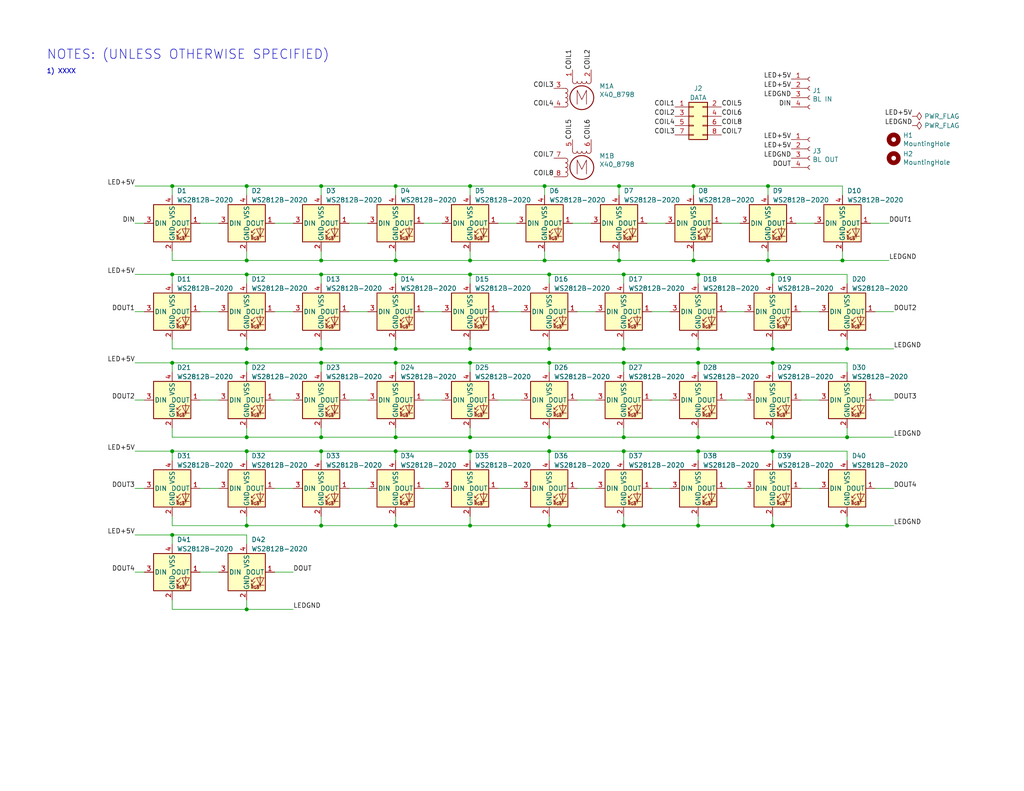
<source format=kicad_sch>
(kicad_sch (version 20211123) (generator eeschema)
  (paper "A")
  (title_block (title "GAUGE_Battery") (date "2021-11-06") (rev "1") (company "www.OpenHornet.com") (comment 1 "CC BY-NC-SA"))
  (lib_symbols
    (symbol "Connector:Conn_01x04_Female" (pin_names (offset 1.016) hide)
      (property "Reference" "J" (at 0 5.08 0))
      (property "Value" "Conn_01x04_Female" (at 0 -7.62 0))
      (symbol "Conn_01x04_Female_1_1"
        (arc (start 0 -4.572) (mid -0.508 -5.08) (end 0 -5.588) (stroke (width 0.1524)))
        (arc (start 0 -2.032) (mid -0.508 -2.54) (end 0 -3.048) (stroke (width 0.1524)))
        (polyline (pts (xy -1.27 -5.08) (xy -0.508 -5.08)) (stroke (width 0.1524)))
        (polyline (pts (xy -1.27 -2.54) (xy -0.508 -2.54)) (stroke (width 0.1524)))
        (polyline (pts (xy -1.27 0) (xy -0.508 0)) (stroke (width 0.1524)))
        (polyline (pts (xy -1.27 2.54) (xy -0.508 2.54)) (stroke (width 0.1524)))
        (arc (start 0 0.508) (mid -0.508 0) (end 0 -0.508) (stroke (width 0.1524)))
        (arc (start 0 3.048) (mid -0.508 2.54) (end 0 2.032) (stroke (width 0.1524)))
        (pin passive line (at -5.08 2.54 0) (length 3.81) (name "Pin_1") (number "1"))
        (pin passive line (at -5.08 0 0) (length 3.81) (name "Pin_2") (number "2"))
        (pin passive line (at -5.08 -2.54 0) (length 3.81) (name "Pin_3") (number "3"))
        (pin passive line (at -5.08 -5.08 0) (length 3.81) (name "Pin_4") (number "4"))
      )
    )
    (symbol "Connector_Generic:Conn_02x04_Odd_Even" (pin_names (offset 1.016) hide)
      (property "Reference" "J" (at 1.27 5.08 0))
      (property "Value" "Conn_02x04_Odd_Even" (at 1.27 -7.62 0))
      (symbol "Conn_02x04_Odd_Even_1_1"
        (rectangle (start -1.27 -4.953) (end 0 -5.207) (stroke (width 0.1524)))
        (rectangle (start -1.27 -2.413) (end 0 -2.667) (stroke (width 0.1524)))
        (rectangle (start -1.27 0.127) (end 0 -0.127) (stroke (width 0.1524)))
        (rectangle (start -1.27 2.667) (end 0 2.413) (stroke (width 0.1524)))
        (rectangle (start -1.27 3.81) (end 3.81 -6.35) (stroke (width 0.254)) (fill (type background)))
        (rectangle (start 3.81 -4.953) (end 2.54 -5.207) (stroke (width 0.1524)))
        (rectangle (start 3.81 -2.413) (end 2.54 -2.667) (stroke (width 0.1524)))
        (rectangle (start 3.81 0.127) (end 2.54 -0.127) (stroke (width 0.1524)))
        (rectangle (start 3.81 2.667) (end 2.54 2.413) (stroke (width 0.1524)))
        (pin passive line (at -5.08 2.54 0) (length 3.81) (name "Pin_1") (number "1"))
        (pin passive line (at 7.62 2.54 180) (length 3.81) (name "Pin_2") (number "2"))
        (pin passive line (at -5.08 0 0) (length 3.81) (name "Pin_3") (number "3"))
        (pin passive line (at 7.62 0 180) (length 3.81) (name "Pin_4") (number "4"))
        (pin passive line (at -5.08 -2.54 0) (length 3.81) (name "Pin_5") (number "5"))
        (pin passive line (at 7.62 -2.54 180) (length 3.81) (name "Pin_6") (number "6"))
        (pin passive line (at -5.08 -5.08 0) (length 3.81) (name "Pin_7") (number "7"))
        (pin passive line (at 7.62 -5.08 180) (length 3.81) (name "Pin_8") (number "8"))
      )
    )
    (symbol "KiCadCustomLib:WS2812B-2020" (pin_names (offset 0.254))
      (property "Reference" "D" (at 5.08 5.715 0))
      (property "Value" "WS2812B-2020" (at 1.27 -5.715 0))
      (symbol "WS2812B-2020_0_0"
        (text "RGB" (at 2.286 -4.191 0) (effects (font (size 0.762 0.762))))
      )
      (symbol "WS2812B-2020_0_1"
        (polyline (pts (xy 1.27 -3.556) (xy 1.778 -3.556)))
        (polyline (pts (xy 1.27 -2.54) (xy 1.778 -2.54)))
        (polyline (pts (xy 4.699 -3.556) (xy 2.667 -3.556)))
        (polyline (pts (xy 2.286 -2.54) (xy 1.27 -3.556) (xy 1.27 -3.048)))
        (polyline (pts (xy 2.286 -1.524) (xy 1.27 -2.54) (xy 1.27 -2.032)))
        (polyline (pts (xy 3.683 -1.016) (xy 3.683 -3.556) (xy 3.683 -4.064)))
        (polyline (pts (xy 4.699 -1.524) (xy 2.667 -1.524) (xy 3.683 -3.556) (xy 4.699 -1.524)))
        (rectangle (start 5.08 5.08) (end -5.08 -5.08) (stroke (width 0.254)) (fill (type background)))
      )
      (symbol "WS2812B-2020_1_1"
        (pin output line (at 7.62 0 180) (length 2.54) (name "DOUT") (number "1"))
        (pin power_in line (at 0 -7.62 90) (length 2.54) (name "GND") (number "2"))
        (pin input line (at -7.62 0 0) (length 2.54) (name "DIN") (number "3"))
        (pin power_in line (at 0 7.62 270) (length 2.54) (name "VSS") (number "4"))
      )
    )
    (symbol "KiCadCustomLib:X40_8798" (pin_names (offset 0) hide)
      (property "Reference" "M" (at 3.81 2.54 0))
      (property "Value" "X40_8798" (at 3.81 1.27 0))
      (symbol "X40_8798_0_0"
        (polyline (pts (xy -1.27 -1.778) (xy -1.27 2.032) (xy 0 -0.508) (xy 1.27 2.032) (xy 1.27 -1.778)))
      )
      (symbol "X40_8798_0_1"
        (arc (start -4.445 -2.54) (mid -3.81 -1.905) (end -4.445 -1.27))
        (arc (start -4.445 -1.27) (mid -3.81 -0.635) (end -4.445 0))
        (arc (start -4.445 0) (mid -3.81 0.635) (end -4.445 1.27))
        (arc (start -4.445 1.27) (mid -3.81 1.905) (end -4.445 2.54))
        (arc (start -2.54 4.445) (mid -1.905 3.81) (end -1.27 4.445))
        (arc (start -1.27 4.445) (mid -0.635 3.81) (end 0 4.445))
        (polyline (pts (xy -5.08 -2.54) (xy -4.445 -2.54)))
        (polyline (pts (xy -5.08 2.54) (xy -4.445 2.54)))
        (polyline (pts (xy -2.54 5.08) (xy -2.54 4.445)))
        (polyline (pts (xy 2.54 5.08) (xy 2.54 4.445)))
        (circle (center 0 0) (radius 3.2512) (stroke (width 0.254)))
        (arc (start 0 4.445) (mid 0.635 3.81) (end 1.27 4.445))
        (arc (start 1.27 4.445) (mid 1.905 3.81) (end 2.54 4.445))
      )
      (symbol "X40_8798_1_1"
        (pin passive line (at -2.54 7.62 270) (length 2.54) (name "~") (number "1"))
        (pin passive line (at 2.54 7.62 270) (length 2.54) (name "-") (number "2"))
        (pin passive line (at -7.62 2.54 0) (length 2.54) (name "~") (number "3"))
        (pin passive line (at -7.62 -2.54 0) (length 2.54) (name "~") (number "4"))
      )
      (symbol "X40_8798_2_1"
        (pin passive line (at -2.54 7.62 270) (length 2.54) (name "~") (number "5"))
        (pin passive line (at 2.54 7.62 270) (length 2.54) (name "-") (number "6"))
        (pin passive line (at -7.62 2.54 0) (length 2.54) (name "~") (number "7"))
        (pin passive line (at -7.62 -2.54 0) (length 2.54) (name "~") (number "8"))
      )
    )
    (symbol "Mechanical:MountingHole" (pin_names (offset 1.016))
      (property "Reference" "H" (at 0 5.08 0))
      (property "Value" "MountingHole" (at 0 3.175 0))
      (symbol "MountingHole_0_1"
        (circle (center 0 0) (radius 1.27) (stroke (width 1.27)))
      )
    )
    (symbol "power:PWR_FLAG" (power) (pin_numbers hide) (pin_names (offset 0) hide)
      (property "Value" "PWR_FLAG" (at 0 3.81 0))
      (symbol "PWR_FLAG_0_0"
        (pin power_out line (at 0 0 90) (length 0) (name "pwr") (number "1"))
      )
      (symbol "PWR_FLAG_0_1"
        (polyline (pts (xy 0 0) (xy 0 1.27) (xy -1.016 1.905) (xy 0 2.54) (xy 1.016 1.905) (xy 0 1.27)))
      )
    )
  )
  (junction (at 107.95 71.12))
  (junction (at 149.86 123.19))
  (junction (at 170.18 74.93))
  (junction (at 46.99 74.93))
  (junction (at 67.31 71.12))
  (junction (at 170.18 123.19))
  (junction (at 107.95 143.51))
  (junction (at 67.31 143.51))
  (junction (at 148.59 50.8))
  (junction (at 107.95 95.25))
  (junction (at 107.95 74.93))
  (junction (at 128.27 119.38))
  (junction (at 87.63 95.25))
  (junction (at 170.18 99.06))
  (junction (at 231.14 143.51))
  (junction (at 170.18 119.38))
  (junction (at 67.31 166.37))
  (junction (at 210.82 99.06))
  (junction (at 149.86 119.38))
  (junction (at 149.86 143.51))
  (junction (at 128.27 71.12))
  (junction (at 128.27 50.8))
  (junction (at 189.23 71.12))
  (junction (at 107.95 50.8))
  (junction (at 168.91 50.8))
  (junction (at 149.86 99.06))
  (junction (at 190.5 143.51))
  (junction (at 67.31 50.8))
  (junction (at 231.14 95.25))
  (junction (at 148.59 71.12))
  (junction (at 209.55 50.8))
  (junction (at 128.27 143.51))
  (junction (at 128.27 74.93))
  (junction (at 67.31 99.06))
  (junction (at 46.99 99.06))
  (junction (at 107.95 119.38))
  (junction (at 210.82 119.38))
  (junction (at 210.82 123.19))
  (junction (at 190.5 95.25))
  (junction (at 87.63 71.12))
  (junction (at 46.99 123.19))
  (junction (at 190.5 119.38))
  (junction (at 168.91 71.12))
  (junction (at 87.63 119.38))
  (junction (at 87.63 143.51))
  (junction (at 149.86 74.93))
  (junction (at 67.31 74.93))
  (junction (at 67.31 95.25))
  (junction (at 107.95 123.19))
  (junction (at 128.27 95.25))
  (junction (at 87.63 50.8))
  (junction (at 190.5 74.93))
  (junction (at 149.86 95.25))
  (junction (at 210.82 95.25))
  (junction (at 190.5 99.06))
  (junction (at 128.27 123.19))
  (junction (at 128.27 99.06))
  (junction (at 67.31 123.19))
  (junction (at 107.95 99.06))
  (junction (at 231.14 119.38))
  (junction (at 190.5 123.19))
  (junction (at 210.82 74.93))
  (junction (at 87.63 99.06))
  (junction (at 229.87 71.12))
  (junction (at 46.99 50.8))
  (junction (at 87.63 74.93))
  (junction (at 46.99 146.05))
  (junction (at 209.55 71.12))
  (junction (at 87.63 123.19))
  (junction (at 210.82 143.51))
  (junction (at 189.23 50.8))
  (junction (at 170.18 143.51))
  (junction (at 67.31 119.38))
  (junction (at 170.18 95.25))
  (wire (pts (xy 196.85 60.96) (xy 201.93 60.96)))
  (wire (pts (xy 107.95 143.51) (xy 128.27 143.51)))
  (wire (pts (xy 142.24 109.22) (xy 135.89 109.22)))
  (wire (pts (xy 190.5 143.51) (xy 210.82 143.51)))
  (wire (pts (xy 46.99 140.97) (xy 46.99 143.51)))
  (wire (pts (xy 218.44 109.22) (xy 223.52 109.22)))
  (wire (pts (xy 170.18 119.38) (xy 190.5 119.38)))
  (wire (pts (xy 46.99 123.19) (xy 36.83 123.19)))
  (wire (pts (xy 128.27 101.6) (xy 128.27 99.06)))
  (wire (pts (xy 135.89 85.09) (xy 142.24 85.09)))
  (wire (pts (xy 67.31 143.51) (xy 87.63 143.51)))
  (wire (pts (xy 149.86 123.19) (xy 170.18 123.19)))
  (wire (pts (xy 218.44 85.09) (xy 223.52 85.09)))
  (wire (pts (xy 190.5 116.84) (xy 190.5 119.38)))
  (wire (pts (xy 87.63 53.34) (xy 87.63 50.8)))
  (wire (pts (xy 74.93 156.21) (xy 80.01 156.21)))
  (wire (pts (xy 128.27 119.38) (xy 149.86 119.38)))
  (wire (pts (xy 67.31 74.93) (xy 87.63 74.93)))
  (wire (pts (xy 74.93 60.96) (xy 80.01 60.96)))
  (wire (pts (xy 135.89 60.96) (xy 140.97 60.96)))
  (wire (pts (xy 54.61 60.96) (xy 59.69 60.96)))
  (wire (pts (xy 149.86 77.47) (xy 149.86 74.93)))
  (wire (pts (xy 46.99 119.38) (xy 67.31 119.38)))
  (wire (pts (xy 210.82 140.97) (xy 210.82 143.51)))
  (wire (pts (xy 67.31 140.97) (xy 67.31 143.51)))
  (wire (pts (xy 170.18 143.51) (xy 190.5 143.51)))
  (wire (pts (xy 190.5 119.38) (xy 210.82 119.38)))
  (wire (pts (xy 231.14 116.84) (xy 231.14 119.38)))
  (wire (pts (xy 95.25 133.35) (xy 100.33 133.35)))
  (wire (pts (xy 231.14 140.97) (xy 231.14 143.51)))
  (wire (pts (xy 107.95 99.06) (xy 128.27 99.06)))
  (wire (pts (xy 210.82 143.51) (xy 231.14 143.51)))
  (wire (pts (xy 115.57 133.35) (xy 120.65 133.35)))
  (wire (pts (xy 148.59 53.34) (xy 148.59 50.8)))
  (wire (pts (xy 231.14 143.51) (xy 243.84 143.51)))
  (wire (pts (xy 46.99 95.25) (xy 67.31 95.25)))
  (wire (pts (xy 67.31 99.06) (xy 87.63 99.06)))
  (wire (pts (xy 168.91 53.34) (xy 168.91 50.8)))
  (wire (pts (xy 157.48 85.09) (xy 162.56 85.09)))
  (wire (pts (xy 209.55 53.34) (xy 209.55 50.8)))
  (wire (pts (xy 67.31 50.8) (xy 87.63 50.8)))
  (wire (pts (xy 107.95 68.58) (xy 107.95 71.12)))
  (wire (pts (xy 115.57 85.09) (xy 120.65 85.09)))
  (wire (pts (xy 39.37 109.22) (xy 36.83 109.22)))
  (wire (pts (xy 128.27 74.93) (xy 149.86 74.93)))
  (wire (pts (xy 87.63 71.12) (xy 107.95 71.12)))
  (wire (pts (xy 87.63 119.38) (xy 107.95 119.38)))
  (wire (pts (xy 46.99 148.59) (xy 46.99 146.05)))
  (wire (pts (xy 54.61 109.22) (xy 59.69 109.22)))
  (wire (pts (xy 170.18 95.25) (xy 190.5 95.25)))
  (wire (pts (xy 54.61 156.21) (xy 59.69 156.21)))
  (wire (pts (xy 67.31 77.47) (xy 67.31 74.93)))
  (wire (pts (xy 128.27 68.58) (xy 128.27 71.12)))
  (wire (pts (xy 128.27 143.51) (xy 149.86 143.51)))
  (wire (pts (xy 87.63 77.47) (xy 87.63 74.93)))
  (wire (pts (xy 168.91 68.58) (xy 168.91 71.12)))
  (wire (pts (xy 149.86 101.6) (xy 149.86 99.06)))
  (wire (pts (xy 46.99 166.37) (xy 67.31 166.37)))
  (wire (pts (xy 231.14 119.38) (xy 243.84 119.38)))
  (wire (pts (xy 46.99 123.19) (xy 67.31 123.19)))
  (wire (pts (xy 46.99 101.6) (xy 46.99 99.06)))
  (wire (pts (xy 229.87 68.58) (xy 229.87 71.12)))
  (wire (pts (xy 149.86 74.93) (xy 170.18 74.93)))
  (wire (pts (xy 189.23 53.34) (xy 189.23 50.8)))
  (wire (pts (xy 107.95 116.84) (xy 107.95 119.38)))
  (wire (pts (xy 128.27 95.25) (xy 149.86 95.25)))
  (wire (pts (xy 231.14 92.71) (xy 231.14 95.25)))
  (wire (pts (xy 190.5 123.19) (xy 210.82 123.19)))
  (wire (pts (xy 238.76 133.35) (xy 243.84 133.35)))
  (wire (pts (xy 74.93 109.22) (xy 80.01 109.22)))
  (wire (pts (xy 128.27 99.06) (xy 149.86 99.06)))
  (wire (pts (xy 87.63 99.06) (xy 107.95 99.06)))
  (wire (pts (xy 189.23 71.12) (xy 209.55 71.12)))
  (wire (pts (xy 87.63 101.6) (xy 87.63 99.06)))
  (wire (pts (xy 231.14 95.25) (xy 243.84 95.25)))
  (wire (pts (xy 189.23 68.58) (xy 189.23 71.12)))
  (wire (pts (xy 190.5 125.73) (xy 190.5 123.19)))
  (wire (pts (xy 168.91 50.8) (xy 189.23 50.8)))
  (wire (pts (xy 46.99 146.05) (xy 36.83 146.05)))
  (wire (pts (xy 238.76 109.22) (xy 243.84 109.22)))
  (wire (pts (xy 210.82 74.93) (xy 231.14 74.93)))
  (wire (pts (xy 39.37 156.21) (xy 36.83 156.21)))
  (wire (pts (xy 149.86 143.51) (xy 170.18 143.51)))
  (wire (pts (xy 46.99 92.71) (xy 46.99 95.25)))
  (wire (pts (xy 231.14 125.73) (xy 231.14 123.19)))
  (wire (pts (xy 80.01 166.37) (xy 67.31 166.37)))
  (wire (pts (xy 149.86 116.84) (xy 149.86 119.38)))
  (wire (pts (xy 217.17 60.96) (xy 222.25 60.96)))
  (wire (pts (xy 87.63 143.51) (xy 107.95 143.51)))
  (wire (pts (xy 210.82 95.25) (xy 231.14 95.25)))
  (wire (pts (xy 115.57 109.22) (xy 120.65 109.22)))
  (wire (pts (xy 67.31 68.58) (xy 67.31 71.12)))
  (wire (pts (xy 128.27 53.34) (xy 128.27 50.8)))
  (wire (pts (xy 46.99 50.8) (xy 67.31 50.8)))
  (wire (pts (xy 157.48 109.22) (xy 162.56 109.22)))
  (wire (pts (xy 128.27 116.84) (xy 128.27 119.38)))
  (wire (pts (xy 229.87 53.34) (xy 229.87 50.8)))
  (wire (pts (xy 170.18 101.6) (xy 170.18 99.06)))
  (wire (pts (xy 74.93 133.35) (xy 80.01 133.35)))
  (wire (pts (xy 177.8 109.22) (xy 182.88 109.22)))
  (wire (pts (xy 95.25 109.22) (xy 100.33 109.22)))
  (wire (pts (xy 170.18 99.06) (xy 190.5 99.06)))
  (wire (pts (xy 67.31 53.34) (xy 67.31 50.8)))
  (wire (pts (xy 87.63 50.8) (xy 107.95 50.8)))
  (wire (pts (xy 67.31 163.83) (xy 67.31 166.37)))
  (wire (pts (xy 190.5 77.47) (xy 190.5 74.93)))
  (wire (pts (xy 218.44 133.35) (xy 223.52 133.35)))
  (wire (pts (xy 128.27 50.8) (xy 148.59 50.8)))
  (wire (pts (xy 67.31 92.71) (xy 67.31 95.25)))
  (wire (pts (xy 46.99 74.93) (xy 36.83 74.93)))
  (wire (pts (xy 107.95 119.38) (xy 128.27 119.38)))
  (wire (pts (xy 148.59 68.58) (xy 148.59 71.12)))
  (wire (pts (xy 190.5 99.06) (xy 210.82 99.06)))
  (wire (pts (xy 87.63 74.93) (xy 107.95 74.93)))
  (wire (pts (xy 148.59 71.12) (xy 168.91 71.12)))
  (wire (pts (xy 149.86 140.97) (xy 149.86 143.51)))
  (wire (pts (xy 46.99 68.58) (xy 46.99 71.12)))
  (wire (pts (xy 87.63 92.71) (xy 87.63 95.25)))
  (wire (pts (xy 170.18 123.19) (xy 190.5 123.19)))
  (wire (pts (xy 67.31 148.59) (xy 67.31 146.05)))
  (wire (pts (xy 87.63 116.84) (xy 87.63 119.38)))
  (wire (pts (xy 170.18 77.47) (xy 170.18 74.93)))
  (wire (pts (xy 170.18 116.84) (xy 170.18 119.38)))
  (wire (pts (xy 67.31 123.19) (xy 87.63 123.19)))
  (wire (pts (xy 115.57 60.96) (xy 120.65 60.96)))
  (wire (pts (xy 198.12 85.09) (xy 203.2 85.09)))
  (wire (pts (xy 170.18 92.71) (xy 170.18 95.25)))
  (wire (pts (xy 128.27 125.73) (xy 128.27 123.19)))
  (wire (pts (xy 87.63 140.97) (xy 87.63 143.51)))
  (wire (pts (xy 238.76 85.09) (xy 243.84 85.09)))
  (wire (pts (xy 46.99 53.34) (xy 46.99 50.8)))
  (wire (pts (xy 170.18 140.97) (xy 170.18 143.51)))
  (wire (pts (xy 46.99 146.05) (xy 67.31 146.05)))
  (wire (pts (xy 107.95 95.25) (xy 128.27 95.25)))
  (wire (pts (xy 107.95 92.71) (xy 107.95 95.25)))
  (wire (pts (xy 107.95 123.19) (xy 128.27 123.19)))
  (wire (pts (xy 128.27 92.71) (xy 128.27 95.25)))
  (wire (pts (xy 149.86 119.38) (xy 170.18 119.38)))
  (wire (pts (xy 46.99 163.83) (xy 46.99 166.37)))
  (wire (pts (xy 237.49 60.96) (xy 242.57 60.96)))
  (wire (pts (xy 46.99 77.47) (xy 46.99 74.93)))
  (wire (pts (xy 231.14 77.47) (xy 231.14 74.93)))
  (wire (pts (xy 107.95 125.73) (xy 107.95 123.19)))
  (wire (pts (xy 87.63 123.19) (xy 107.95 123.19)))
  (wire (pts (xy 67.31 95.25) (xy 87.63 95.25)))
  (wire (pts (xy 190.5 74.93) (xy 210.82 74.93)))
  (wire (pts (xy 87.63 125.73) (xy 87.63 123.19)))
  (wire (pts (xy 170.18 125.73) (xy 170.18 123.19)))
  (wire (pts (xy 107.95 74.93) (xy 128.27 74.93)))
  (wire (pts (xy 149.86 99.06) (xy 170.18 99.06)))
  (wire (pts (xy 67.31 101.6) (xy 67.31 99.06)))
  (wire (pts (xy 107.95 140.97) (xy 107.95 143.51)))
  (wire (pts (xy 128.27 71.12) (xy 148.59 71.12)))
  (wire (pts (xy 46.99 99.06) (xy 67.31 99.06)))
  (wire (pts (xy 210.82 92.71) (xy 210.82 95.25)))
  (wire (pts (xy 177.8 133.35) (xy 182.88 133.35)))
  (wire (pts (xy 209.55 71.12) (xy 229.87 71.12)))
  (wire (pts (xy 46.99 99.06) (xy 36.83 99.06)))
  (wire (pts (xy 95.25 60.96) (xy 100.33 60.96)))
  (wire (pts (xy 54.61 85.09) (xy 59.69 85.09)))
  (wire (pts (xy 87.63 68.58) (xy 87.63 71.12)))
  (wire (pts (xy 107.95 53.34) (xy 107.95 50.8)))
  (wire (pts (xy 210.82 99.06) (xy 231.14 99.06)))
  (wire (pts (xy 39.37 60.96) (xy 36.83 60.96)))
  (wire (pts (xy 149.86 92.71) (xy 149.86 95.25)))
  (wire (pts (xy 107.95 77.47) (xy 107.95 74.93)))
  (wire (pts (xy 168.91 71.12) (xy 189.23 71.12)))
  (wire (pts (xy 210.82 125.73) (xy 210.82 123.19)))
  (wire (pts (xy 176.53 60.96) (xy 181.61 60.96)))
  (wire (pts (xy 128.27 140.97) (xy 128.27 143.51)))
  (wire (pts (xy 190.5 95.25) (xy 210.82 95.25)))
  (wire (pts (xy 74.93 85.09) (xy 80.01 85.09)))
  (wire (pts (xy 177.8 85.09) (xy 182.88 85.09)))
  (wire (pts (xy 190.5 92.71) (xy 190.5 95.25)))
  (wire (pts (xy 210.82 77.47) (xy 210.82 74.93)))
  (wire (pts (xy 170.18 74.93) (xy 190.5 74.93)))
  (wire (pts (xy 148.59 50.8) (xy 168.91 50.8)))
  (wire (pts (xy 107.95 71.12) (xy 128.27 71.12)))
  (wire (pts (xy 46.99 74.93) (xy 67.31 74.93)))
  (wire (pts (xy 107.95 50.8) (xy 128.27 50.8)))
  (wire (pts (xy 128.27 123.19) (xy 149.86 123.19)))
  (wire (pts (xy 46.99 71.12) (xy 67.31 71.12)))
  (wire (pts (xy 190.5 101.6) (xy 190.5 99.06)))
  (wire (pts (xy 46.99 143.51) (xy 67.31 143.51)))
  (wire (pts (xy 95.25 85.09) (xy 100.33 85.09)))
  (wire (pts (xy 156.21 60.96) (xy 161.29 60.96)))
  (wire (pts (xy 210.82 119.38) (xy 231.14 119.38)))
  (wire (pts (xy 67.31 71.12) (xy 87.63 71.12)))
  (wire (pts (xy 210.82 123.19) (xy 231.14 123.19)))
  (wire (pts (xy 189.23 50.8) (xy 209.55 50.8)))
  (wire (pts (xy 39.37 133.35) (xy 36.83 133.35)))
  (wire (pts (xy 157.48 133.35) (xy 162.56 133.35)))
  (wire (pts (xy 107.95 101.6) (xy 107.95 99.06)))
  (wire (pts (xy 209.55 68.58) (xy 209.55 71.12)))
  (wire (pts (xy 210.82 116.84) (xy 210.82 119.38)))
  (wire (pts (xy 67.31 125.73) (xy 67.31 123.19)))
  (wire (pts (xy 142.24 133.35) (xy 135.89 133.35)))
  (wire (pts (xy 67.31 119.38) (xy 87.63 119.38)))
  (wire (pts (xy 210.82 101.6) (xy 210.82 99.06)))
  (wire (pts (xy 198.12 133.35) (xy 203.2 133.35)))
  (wire (pts (xy 190.5 140.97) (xy 190.5 143.51)))
  (wire (pts (xy 54.61 133.35) (xy 59.69 133.35)))
  (wire (pts (xy 39.37 85.09) (xy 36.83 85.09)))
  (wire (pts (xy 149.86 125.73) (xy 149.86 123.19)))
  (wire (pts (xy 231.14 101.6) (xy 231.14 99.06)))
  (wire (pts (xy 46.99 50.8) (xy 36.83 50.8)))
  (wire (pts (xy 128.27 77.47) (xy 128.27 74.93)))
  (wire (pts (xy 229.87 71.12) (xy 242.57 71.12)))
  (wire (pts (xy 87.63 95.25) (xy 107.95 95.25)))
  (wire (pts (xy 46.99 125.73) (xy 46.99 123.19)))
  (wire (pts (xy 67.31 116.84) (xy 67.31 119.38)))
  (wire (pts (xy 209.55 50.8) (xy 229.87 50.8)))
  (wire (pts (xy 149.86 95.25) (xy 170.18 95.25)))
  (wire (pts (xy 198.12 109.22) (xy 203.2 109.22)))
  (wire (pts (xy 46.99 116.84) (xy 46.99 119.38)))
  (text "NOTES: (UNLESS OTHERWISE SPECIFIED)" (at 12.7 16.51 0) (effects (font (size 2.54 2.54)) (justify left bottom)))
  (text "1) XXXX" (at 12.7 20.32 0) (effects (font (size 1.27 1.27)) (justify left bottom)))
  (text "1) XXXX" (at 12.7 20.32 0) (effects (font (size 1.27 1.27)) (justify left bottom)))
  (label "DOUT1" (at 242.57 60.96 0))
  (label "LED+5V" (at 248.92 31.75 180))
  (label "LEDGND" (at 215.9 26.67 180))
  (label "LEDGND" (at 243.84 95.25 0))
  (label "COIL4" (at 184.15 34.29 180))
  (label "COIL3" (at 184.15 36.83 180))
  (label "COIL1" (at 184.15 29.21 180))
  (label "DOUT2" (at 243.84 85.09 0))
  (label "COIL2" (at 161.29 19.05 90))
  (label "LED+5V" (at 36.83 99.06 180))
  (label "LEDGND" (at 80.01 166.37 0))
  (label "LED+5V" (at 36.83 74.93 180))
  (label "DIN" (at 36.83 60.96 180))
  (label "LED+5V" (at 36.83 50.8 180))
  (label "LED+5V" (at 36.83 123.19 180))
  (label "LEDGND" (at 248.92 34.29 180))
  (label "COIL6" (at 196.85 31.75 0))
  (label "DOUT" (at 215.9 45.72 180))
  (label "LEDGND" (at 215.9 43.18 180))
  (label "LEDGND" (at 243.84 119.38 0))
  (label "COIL4" (at 151.13 29.21 180))
  (label "DIN" (at 215.9 29.21 180))
  (label "LED+5V" (at 36.83 146.05 180))
  (label "DOUT4" (at 243.84 133.35 0))
  (label "COIL1" (at 156.21 19.05 90))
  (label "COIL3" (at 151.13 24.13 180))
  (label "COIL6" (at 161.29 38.1 90))
  (label "COIL2" (at 184.15 31.75 180))
  (label "LED+5V" (at 215.9 21.59 180))
  (label "LEDGND" (at 243.84 143.51 0))
  (label "COIL8" (at 196.85 34.29 0))
  (label "DOUT3" (at 243.84 109.22 0))
  (label "LEDGND" (at 242.57 71.12 0))
  (label "COIL7" (at 151.13 43.18 180))
  (label "COIL8" (at 151.13 48.26 180))
  (label "DOUT4" (at 36.83 156.21 180))
  (label "LED+5V" (at 215.9 38.1 180))
  (label "LED+5V" (at 215.9 24.13 180))
  (label "COIL5" (at 196.85 29.21 0))
  (label "DOUT3" (at 36.83 133.35 180))
  (label "COIL7" (at 196.85 36.83 0))
  (label "DOUT" (at 80.01 156.21 0))
  (label "DOUT1" (at 36.83 85.09 180))
  (label "DOUT2" (at 36.83 109.22 180))
  (label "LED+5V" (at 215.9 40.64 180))
  (label "COIL5" (at 156.21 38.1 90))
  (symbol (lib_id "Connector:Conn_01x04_Female") (at 220.98 24.13 0) (unit 1)
    (property "Reference" "J1" (at 221.6912 24.7396 0) (effects (justify left)))
    (property "Value" "BL IN" (at 221.6912 27.051 0) (effects (justify left)))
    (property "Footprint" "Connector_Molex:Molex_Mini-Fit_Jr_5566-04A_2x02_P4.20mm_Vertical" (effects hide))
  )
  (symbol (lib_id "Connector:Conn_01x04_Female") (at 220.98 40.64 0) (unit 1)
    (property "Reference" "J3" (at 221.6912 41.2496 0) (effects (justify left)))
    (property "Value" "BL OUT" (at 221.6912 43.561 0) (effects (justify left)))
    (property "Footprint" "Connector_Molex:Molex_Mini-Fit_Jr_5566-04A_2x02_P4.20mm_Vertical" (effects hide))
  )
  (symbol (lib_id "Connector_Generic:Conn_02x04_Odd_Even") (at 189.23 31.75 0) (unit 1)
    (property "Reference" "J2" (at 190.5 24.13 0))
    (property "Value" "DATA" (at 190.5 26.67 0))
    (property "Footprint" "Connector_PinHeader_2.54mm:PinHeader_2x04_P2.54mm_Vertical" (effects hide))
  )
  (symbol (lib_id "KiCadCustomLib:X40_8798") (at 158.75 26.67 0) (unit 1)
    (property "Reference" "M1" (at 163.5252 23.5204 0) (effects (justify left)))
    (property "Value" "X40_8798" (at 163.5252 25.8318 0) (effects (justify left)))
    (property "Footprint" "KiCAD Libraries:x40_8798" (effects hide))
    (property "Datasheet" "https://www.jukenswisstech.com/JSTFiles/downloads/2011/03/X40_Flyer_v1.1.pdf" (effects hide))
  )
  (symbol (lib_id "KiCadCustomLib:X40_8798") (at 158.75 45.72 0) (unit 2)
    (property "Reference" "M1" (at 163.5252 42.5704 0) (effects (justify left)))
    (property "Value" "X40_8798" (at 163.5252 44.8818 0) (effects (justify left)))
    (property "Footprint" "KiCAD Libraries:x40_8798" (effects hide))
    (property "Datasheet" "https://www.jukenswisstech.com/JSTFiles/downloads/2011/03/X40_Flyer_v1.1.pdf" (effects hide))
  )
  (symbol (lib_id "KiCadCustomLib:WS2812B-2020") (at 46.99 60.96 0) (unit 1)
    (property "Reference" "D1" (at 48.26 52.07 0) (effects (justify left)))
    (property "Value" "WS2812B-2020" (at 48.26 54.61 0) (effects (justify left)))
    (property "Footprint" "Openhornet:WS2812-2020" (effects hide))
    (property "Datasheet" "https://www.mouser.com/pdfDocs/WS2812B-2020_V10_EN_181106150240761.pdf" (effects hide))
    (property "LCSC" "C965555" (effects hide))
  )
  (symbol (lib_id "KiCadCustomLib:WS2812B-2020") (at 67.31 60.96 0) (unit 1)
    (property "Reference" "D2" (at 68.58 52.07 0) (effects (justify left)))
    (property "Value" "WS2812B-2020" (at 68.58 54.61 0) (effects (justify left)))
    (property "Footprint" "Openhornet:WS2812-2020" (effects hide))
    (property "Datasheet" "https://www.mouser.com/pdfDocs/WS2812B-2020_V10_EN_181106150240761.pdf" (effects hide))
    (property "LCSC" "C965555" (effects hide))
  )
  (symbol (lib_id "KiCadCustomLib:WS2812B-2020") (at 87.63 60.96 0) (unit 1)
    (property "Reference" "D3" (at 88.9 52.07 0) (effects (justify left)))
    (property "Value" "WS2812B-2020" (at 88.9 54.61 0) (effects (justify left)))
    (property "Footprint" "Openhornet:WS2812-2020" (effects hide))
    (property "Datasheet" "https://www.mouser.com/pdfDocs/WS2812B-2020_V10_EN_181106150240761.pdf" (effects hide))
    (property "LCSC" "C965555" (effects hide))
  )
  (symbol (lib_id "KiCadCustomLib:WS2812B-2020") (at 107.95 60.96 0) (unit 1)
    (property "Reference" "D4" (at 109.22 52.07 0) (effects (justify left)))
    (property "Value" "WS2812B-2020" (at 109.22 54.61 0) (effects (justify left)))
    (property "Footprint" "Openhornet:WS2812-2020" (effects hide))
    (property "Datasheet" "https://www.mouser.com/pdfDocs/WS2812B-2020_V10_EN_181106150240761.pdf" (effects hide))
    (property "LCSC" "C965555" (effects hide))
  )
  (symbol (lib_id "KiCadCustomLib:WS2812B-2020") (at 128.27 60.96 0) (unit 1)
    (property "Reference" "D5" (at 129.54 52.07 0) (effects (justify left)))
    (property "Value" "WS2812B-2020" (at 129.54 54.61 0) (effects (justify left)))
    (property "Footprint" "Openhornet:WS2812-2020" (effects hide))
    (property "Datasheet" "https://www.mouser.com/pdfDocs/WS2812B-2020_V10_EN_181106150240761.pdf" (effects hide))
    (property "LCSC" "C965555" (effects hide))
  )
  (symbol (lib_id "KiCadCustomLib:WS2812B-2020") (at 46.99 85.09 0) (unit 1)
    (property "Reference" "D11" (at 48.26 76.2 0) (effects (justify left)))
    (property "Value" "WS2812B-2020" (at 48.26 78.74 0) (effects (justify left)))
    (property "Footprint" "Openhornet:WS2812-2020" (effects hide))
    (property "Datasheet" "https://www.mouser.com/pdfDocs/WS2812B-2020_V10_EN_181106150240761.pdf" (effects hide))
    (property "LCSC" "C965555" (effects hide))
  )
  (symbol (lib_id "KiCadCustomLib:WS2812B-2020") (at 67.31 85.09 0) (unit 1)
    (property "Reference" "D12" (at 68.58 76.2 0) (effects (justify left)))
    (property "Value" "WS2812B-2020" (at 68.58 78.74 0) (effects (justify left)))
    (property "Footprint" "Openhornet:WS2812-2020" (effects hide))
    (property "Datasheet" "https://www.mouser.com/pdfDocs/WS2812B-2020_V10_EN_181106150240761.pdf" (effects hide))
    (property "LCSC" "C965555" (effects hide))
  )
  (symbol (lib_id "KiCadCustomLib:WS2812B-2020") (at 87.63 85.09 0) (unit 1)
    (property "Reference" "D13" (at 88.9 76.2 0) (effects (justify left)))
    (property "Value" "WS2812B-2020" (at 88.9 78.74 0) (effects (justify left)))
    (property "Footprint" "Openhornet:WS2812-2020" (effects hide))
    (property "Datasheet" "https://www.mouser.com/pdfDocs/WS2812B-2020_V10_EN_181106150240761.pdf" (effects hide))
    (property "LCSC" "C965555" (effects hide))
  )
  (symbol (lib_id "KiCadCustomLib:WS2812B-2020") (at 107.95 85.09 0) (unit 1)
    (property "Reference" "D14" (at 109.22 76.2 0) (effects (justify left)))
    (property "Value" "WS2812B-2020" (at 109.22 78.74 0) (effects (justify left)))
    (property "Footprint" "Openhornet:WS2812-2020" (effects hide))
    (property "Datasheet" "https://www.mouser.com/pdfDocs/WS2812B-2020_V10_EN_181106150240761.pdf" (effects hide))
    (property "LCSC" "C965555" (effects hide))
  )
  (symbol (lib_id "KiCadCustomLib:WS2812B-2020") (at 128.27 85.09 0) (unit 1)
    (property "Reference" "D15" (at 129.54 76.2 0) (effects (justify left)))
    (property "Value" "WS2812B-2020" (at 129.54 78.74 0) (effects (justify left)))
    (property "Footprint" "Openhornet:WS2812-2020" (effects hide))
    (property "Datasheet" "https://www.mouser.com/pdfDocs/WS2812B-2020_V10_EN_181106150240761.pdf" (effects hide))
    (property "LCSC" "C965555" (effects hide))
  )
  (symbol (lib_id "KiCadCustomLib:WS2812B-2020") (at 46.99 109.22 0) (unit 1)
    (property "Reference" "D21" (at 48.26 100.33 0) (effects (justify left)))
    (property "Value" "WS2812B-2020" (at 48.26 102.87 0) (effects (justify left)))
    (property "Footprint" "Openhornet:WS2812-2020" (effects hide))
    (property "Datasheet" "https://www.mouser.com/pdfDocs/WS2812B-2020_V10_EN_181106150240761.pdf" (effects hide))
    (property "LCSC" "C965555" (effects hide))
  )
  (symbol (lib_id "KiCadCustomLib:WS2812B-2020") (at 67.31 109.22 0) (unit 1)
    (property "Reference" "D22" (at 68.58 100.33 0) (effects (justify left)))
    (property "Value" "WS2812B-2020" (at 68.58 102.87 0) (effects (justify left)))
    (property "Footprint" "Openhornet:WS2812-2020" (effects hide))
    (property "Datasheet" "https://www.mouser.com/pdfDocs/WS2812B-2020_V10_EN_181106150240761.pdf" (effects hide))
    (property "LCSC" "C965555" (effects hide))
  )
  (symbol (lib_id "KiCadCustomLib:WS2812B-2020") (at 87.63 109.22 0) (unit 1)
    (property "Reference" "D23" (at 88.9 100.33 0) (effects (justify left)))
    (property "Value" "WS2812B-2020" (at 88.9 102.87 0) (effects (justify left)))
    (property "Footprint" "Openhornet:WS2812-2020" (effects hide))
    (property "Datasheet" "https://www.mouser.com/pdfDocs/WS2812B-2020_V10_EN_181106150240761.pdf" (effects hide))
    (property "LCSC" "C965555" (effects hide))
  )
  (symbol (lib_id "KiCadCustomLib:WS2812B-2020") (at 107.95 109.22 0) (unit 1)
    (property "Reference" "D24" (at 109.22 100.33 0) (effects (justify left)))
    (property "Value" "WS2812B-2020" (at 109.22 102.87 0) (effects (justify left)))
    (property "Footprint" "Openhornet:WS2812-2020" (effects hide))
    (property "Datasheet" "https://www.mouser.com/pdfDocs/WS2812B-2020_V10_EN_181106150240761.pdf" (effects hide))
    (property "LCSC" "C965555" (effects hide))
  )
  (symbol (lib_id "KiCadCustomLib:WS2812B-2020") (at 128.27 109.22 0) (unit 1)
    (property "Reference" "D25" (at 129.54 100.33 0) (effects (justify left)))
    (property "Value" "WS2812B-2020" (at 129.54 102.87 0) (effects (justify left)))
    (property "Footprint" "Openhornet:WS2812-2020" (effects hide))
    (property "Datasheet" "https://www.mouser.com/pdfDocs/WS2812B-2020_V10_EN_181106150240761.pdf" (effects hide))
    (property "LCSC" "C965555" (effects hide))
  )
  (symbol (lib_id "power:PWR_FLAG") (at 248.92 31.75 270) (unit 1)
    (property "Reference" "#FLG01" (effects hide))
    (property "Value" "PWR_FLAG" (at 252.1712 31.75 90) (effects (justify left)))
  )
  (symbol (lib_id "power:PWR_FLAG") (at 248.92 34.29 270) (unit 1)
    (property "Reference" "#FLG02" (effects hide))
    (property "Value" "PWR_FLAG" (at 252.1712 34.29 90) (effects (justify left)))
  )
  (symbol (lib_id "Mechanical:MountingHole") (at 243.84 38.1 0) (unit 1)
    (property "Reference" "H1" (at 246.38 36.9316 0) (effects (justify left)))
    (property "Value" "MountingHole" (at 246.38 39.243 0) (effects (justify left)))
    (property "Footprint" "MountingHole:MountingHole_4.5mm" (effects hide))
  )
  (symbol (lib_id "Mechanical:MountingHole") (at 243.84 43.18 0) (unit 1)
    (property "Reference" "H2" (at 246.38 42.0116 0) (effects (justify left)))
    (property "Value" "MountingHole" (at 246.38 44.323 0) (effects (justify left)))
    (property "Footprint" "MountingHole:MountingHole_4.5mm" (effects hide))
  )
  (symbol (lib_id "KiCadCustomLib:WS2812B-2020") (at 148.59 60.96 0) (unit 1)
    (property "Reference" "D6" (at 149.86 52.07 0) (effects (justify left)))
    (property "Value" "WS2812B-2020" (at 149.86 54.61 0) (effects (justify left)))
    (property "Footprint" "Openhornet:WS2812-2020" (effects hide))
    (property "Datasheet" "https://www.mouser.com/pdfDocs/WS2812B-2020_V10_EN_181106150240761.pdf" (effects hide))
    (property "LCSC" "C965555" (effects hide))
  )
  (symbol (lib_id "KiCadCustomLib:WS2812B-2020") (at 168.91 60.96 0) (unit 1)
    (property "Reference" "D7" (at 170.18 52.07 0) (effects (justify left)))
    (property "Value" "WS2812B-2020" (at 170.18 54.61 0) (effects (justify left)))
    (property "Footprint" "Openhornet:WS2812-2020" (effects hide))
    (property "Datasheet" "https://www.mouser.com/pdfDocs/WS2812B-2020_V10_EN_181106150240761.pdf" (effects hide))
    (property "LCSC" "C965555" (effects hide))
  )
  (symbol (lib_id "KiCadCustomLib:WS2812B-2020") (at 189.23 60.96 0) (unit 1)
    (property "Reference" "D8" (at 190.5 52.07 0) (effects (justify left)))
    (property "Value" "WS2812B-2020" (at 190.5 54.61 0) (effects (justify left)))
    (property "Footprint" "Openhornet:WS2812-2020" (effects hide))
    (property "Datasheet" "https://www.mouser.com/pdfDocs/WS2812B-2020_V10_EN_181106150240761.pdf" (effects hide))
    (property "LCSC" "C965555" (effects hide))
  )
  (symbol (lib_id "KiCadCustomLib:WS2812B-2020") (at 209.55 60.96 0) (unit 1)
    (property "Reference" "D9" (at 210.82 52.07 0) (effects (justify left)))
    (property "Value" "WS2812B-2020" (at 210.82 54.61 0) (effects (justify left)))
    (property "Footprint" "Openhornet:WS2812-2020" (effects hide))
    (property "Datasheet" "https://www.mouser.com/pdfDocs/WS2812B-2020_V10_EN_181106150240761.pdf" (effects hide))
    (property "LCSC" "C965555" (effects hide))
  )
  (symbol (lib_id "KiCadCustomLib:WS2812B-2020") (at 229.87 60.96 0) (unit 1)
    (property "Reference" "D10" (at 231.14 52.07 0) (effects (justify left)))
    (property "Value" "WS2812B-2020" (at 231.14 54.61 0) (effects (justify left)))
    (property "Footprint" "Openhornet:WS2812-2020" (effects hide))
    (property "Datasheet" "https://www.mouser.com/pdfDocs/WS2812B-2020_V10_EN_181106150240761.pdf" (effects hide))
    (property "LCSC" "C965555" (effects hide))
  )
  (symbol (lib_id "KiCadCustomLib:WS2812B-2020") (at 149.86 85.09 0) (unit 1)
    (property "Reference" "D16" (at 151.13 76.2 0) (effects (justify left)))
    (property "Value" "WS2812B-2020" (at 151.13 78.74 0) (effects (justify left)))
    (property "Footprint" "Openhornet:WS2812-2020" (effects hide))
    (property "Datasheet" "https://www.mouser.com/pdfDocs/WS2812B-2020_V10_EN_181106150240761.pdf" (effects hide))
    (property "LCSC" "C965555" (effects hide))
  )
  (symbol (lib_id "KiCadCustomLib:WS2812B-2020") (at 170.18 85.09 0) (unit 1)
    (property "Reference" "D17" (at 171.45 76.2 0) (effects (justify left)))
    (property "Value" "WS2812B-2020" (at 171.45 78.74 0) (effects (justify left)))
    (property "Footprint" "Openhornet:WS2812-2020" (effects hide))
    (property "Datasheet" "https://www.mouser.com/pdfDocs/WS2812B-2020_V10_EN_181106150240761.pdf" (effects hide))
    (property "LCSC" "C965555" (effects hide))
  )
  (symbol (lib_id "KiCadCustomLib:WS2812B-2020") (at 190.5 85.09 0) (unit 1)
    (property "Reference" "D18" (at 191.77 76.2 0) (effects (justify left)))
    (property "Value" "WS2812B-2020" (at 191.77 78.74 0) (effects (justify left)))
    (property "Footprint" "Openhornet:WS2812-2020" (effects hide))
    (property "Datasheet" "https://www.mouser.com/pdfDocs/WS2812B-2020_V10_EN_181106150240761.pdf" (effects hide))
    (property "LCSC" "C965555" (effects hide))
  )
  (symbol (lib_id "KiCadCustomLib:WS2812B-2020") (at 210.82 85.09 0) (unit 1)
    (property "Reference" "D19" (at 212.09 76.2 0) (effects (justify left)))
    (property "Value" "WS2812B-2020" (at 212.09 78.74 0) (effects (justify left)))
    (property "Footprint" "Openhornet:WS2812-2020" (effects hide))
    (property "Datasheet" "https://www.mouser.com/pdfDocs/WS2812B-2020_V10_EN_181106150240761.pdf" (effects hide))
    (property "LCSC" "C965555" (effects hide))
  )
  (symbol (lib_id "KiCadCustomLib:WS2812B-2020") (at 231.14 85.09 0) (unit 1)
    (property "Reference" "D20" (at 232.41 76.2 0) (effects (justify left)))
    (property "Value" "WS2812B-2020" (at 232.41 78.74 0) (effects (justify left)))
    (property "Footprint" "Openhornet:WS2812-2020" (effects hide))
    (property "Datasheet" "https://www.mouser.com/pdfDocs/WS2812B-2020_V10_EN_181106150240761.pdf" (effects hide))
    (property "LCSC" "C965555" (effects hide))
  )
  (symbol (lib_id "KiCadCustomLib:WS2812B-2020") (at 149.86 109.22 0) (unit 1)
    (property "Reference" "D26" (at 151.13 100.33 0) (effects (justify left)))
    (property "Value" "WS2812B-2020" (at 151.13 102.87 0) (effects (justify left)))
    (property "Footprint" "Openhornet:WS2812-2020" (effects hide))
    (property "Datasheet" "https://www.mouser.com/pdfDocs/WS2812B-2020_V10_EN_181106150240761.pdf" (effects hide))
    (property "LCSC" "C965555" (effects hide))
  )
  (symbol (lib_id "KiCadCustomLib:WS2812B-2020") (at 170.18 109.22 0) (unit 1)
    (property "Reference" "D27" (at 171.45 100.33 0) (effects (justify left)))
    (property "Value" "WS2812B-2020" (at 171.45 102.87 0) (effects (justify left)))
    (property "Footprint" "Openhornet:WS2812-2020" (effects hide))
    (property "Datasheet" "https://www.mouser.com/pdfDocs/WS2812B-2020_V10_EN_181106150240761.pdf" (effects hide))
    (property "LCSC" "C965555" (effects hide))
  )
  (symbol (lib_id "KiCadCustomLib:WS2812B-2020") (at 190.5 109.22 0) (unit 1)
    (property "Reference" "D28" (at 191.77 100.33 0) (effects (justify left)))
    (property "Value" "WS2812B-2020" (at 191.77 102.87 0) (effects (justify left)))
    (property "Footprint" "Openhornet:WS2812-2020" (effects hide))
    (property "Datasheet" "https://www.mouser.com/pdfDocs/WS2812B-2020_V10_EN_181106150240761.pdf" (effects hide))
    (property "LCSC" "C965555" (effects hide))
  )
  (symbol (lib_id "KiCadCustomLib:WS2812B-2020") (at 210.82 109.22 0) (unit 1)
    (property "Reference" "D29" (at 212.09 100.33 0) (effects (justify left)))
    (property "Value" "WS2812B-2020" (at 212.09 102.87 0) (effects (justify left)))
    (property "Footprint" "Openhornet:WS2812-2020" (effects hide))
    (property "Datasheet" "https://www.mouser.com/pdfDocs/WS2812B-2020_V10_EN_181106150240761.pdf" (effects hide))
    (property "LCSC" "C965555" (effects hide))
  )
  (symbol (lib_id "KiCadCustomLib:WS2812B-2020") (at 231.14 109.22 0) (unit 1)
    (property "Reference" "D30" (at 232.41 100.33 0) (effects (justify left)))
    (property "Value" "WS2812B-2020" (at 232.41 102.87 0) (effects (justify left)))
    (property "Footprint" "Openhornet:WS2812-2020" (effects hide))
    (property "Datasheet" "https://www.mouser.com/pdfDocs/WS2812B-2020_V10_EN_181106150240761.pdf" (effects hide))
    (property "LCSC" "C965555" (effects hide))
  )
  (symbol (lib_id "KiCadCustomLib:WS2812B-2020") (at 46.99 133.35 0) (unit 1)
    (property "Reference" "D31" (at 48.26 124.46 0) (effects (justify left)))
    (property "Value" "WS2812B-2020" (at 48.26 127 0) (effects (justify left)))
    (property "Footprint" "Openhornet:WS2812-2020" (effects hide))
    (property "Datasheet" "https://www.mouser.com/pdfDocs/WS2812B-2020_V10_EN_181106150240761.pdf" (effects hide))
    (property "LCSC" "C965555" (effects hide))
  )
  (symbol (lib_id "KiCadCustomLib:WS2812B-2020") (at 67.31 133.35 0) (unit 1)
    (property "Reference" "D32" (at 68.58 124.46 0) (effects (justify left)))
    (property "Value" "WS2812B-2020" (at 68.58 127 0) (effects (justify left)))
    (property "Footprint" "Openhornet:WS2812-2020" (effects hide))
    (property "Datasheet" "https://www.mouser.com/pdfDocs/WS2812B-2020_V10_EN_181106150240761.pdf" (effects hide))
    (property "LCSC" "C965555" (effects hide))
  )
  (symbol (lib_id "KiCadCustomLib:WS2812B-2020") (at 87.63 133.35 0) (unit 1)
    (property "Reference" "D33" (at 88.9 124.46 0) (effects (justify left)))
    (property "Value" "WS2812B-2020" (at 88.9 127 0) (effects (justify left)))
    (property "Footprint" "Openhornet:WS2812-2020" (effects hide))
    (property "Datasheet" "https://www.mouser.com/pdfDocs/WS2812B-2020_V10_EN_181106150240761.pdf" (effects hide))
    (property "LCSC" "C965555" (effects hide))
  )
  (symbol (lib_id "KiCadCustomLib:WS2812B-2020") (at 107.95 133.35 0) (unit 1)
    (property "Reference" "D34" (at 109.22 124.46 0) (effects (justify left)))
    (property "Value" "WS2812B-2020" (at 109.22 127 0) (effects (justify left)))
    (property "Footprint" "Openhornet:WS2812-2020" (effects hide))
    (property "Datasheet" "https://www.mouser.com/pdfDocs/WS2812B-2020_V10_EN_181106150240761.pdf" (effects hide))
    (property "LCSC" "C965555" (effects hide))
  )
  (symbol (lib_id "KiCadCustomLib:WS2812B-2020") (at 128.27 133.35 0) (unit 1)
    (property "Reference" "D35" (at 129.54 124.46 0) (effects (justify left)))
    (property "Value" "WS2812B-2020" (at 129.54 127 0) (effects (justify left)))
    (property "Footprint" "Openhornet:WS2812-2020" (effects hide))
    (property "Datasheet" "https://www.mouser.com/pdfDocs/WS2812B-2020_V10_EN_181106150240761.pdf" (effects hide))
    (property "LCSC" "C965555" (effects hide))
  )
  (symbol (lib_id "KiCadCustomLib:WS2812B-2020") (at 149.86 133.35 0) (unit 1)
    (property "Reference" "D36" (at 151.13 124.46 0) (effects (justify left)))
    (property "Value" "WS2812B-2020" (at 151.13 127 0) (effects (justify left)))
    (property "Footprint" "Openhornet:WS2812-2020" (effects hide))
    (property "Datasheet" "https://www.mouser.com/pdfDocs/WS2812B-2020_V10_EN_181106150240761.pdf" (effects hide))
    (property "LCSC" "C965555" (effects hide))
  )
  (symbol (lib_id "KiCadCustomLib:WS2812B-2020") (at 170.18 133.35 0) (unit 1)
    (property "Reference" "D37" (at 171.45 124.46 0) (effects (justify left)))
    (property "Value" "WS2812B-2020" (at 171.45 127 0) (effects (justify left)))
    (property "Footprint" "Openhornet:WS2812-2020" (effects hide))
    (property "Datasheet" "https://www.mouser.com/pdfDocs/WS2812B-2020_V10_EN_181106150240761.pdf" (effects hide))
    (property "LCSC" "C965555" (effects hide))
  )
  (symbol (lib_id "KiCadCustomLib:WS2812B-2020") (at 190.5 133.35 0) (unit 1)
    (property "Reference" "D38" (at 191.77 124.46 0) (effects (justify left)))
    (property "Value" "WS2812B-2020" (at 191.77 127 0) (effects (justify left)))
    (property "Footprint" "Openhornet:WS2812-2020" (effects hide))
    (property "Datasheet" "https://www.mouser.com/pdfDocs/WS2812B-2020_V10_EN_181106150240761.pdf" (effects hide))
    (property "LCSC" "C965555" (effects hide))
  )
  (symbol (lib_id "KiCadCustomLib:WS2812B-2020") (at 210.82 133.35 0) (unit 1)
    (property "Reference" "D39" (at 212.09 124.46 0) (effects (justify left)))
    (property "Value" "WS2812B-2020" (at 212.09 127 0) (effects (justify left)))
    (property "Footprint" "Openhornet:WS2812-2020" (effects hide))
    (property "Datasheet" "https://www.mouser.com/pdfDocs/WS2812B-2020_V10_EN_181106150240761.pdf" (effects hide))
    (property "LCSC" "C965555" (effects hide))
  )
  (symbol (lib_id "KiCadCustomLib:WS2812B-2020") (at 231.14 133.35 0) (unit 1)
    (property "Reference" "D40" (at 232.41 124.46 0) (effects (justify left)))
    (property "Value" "WS2812B-2020" (at 232.41 127 0) (effects (justify left)))
    (property "Footprint" "Openhornet:WS2812-2020" (effects hide))
    (property "Datasheet" "https://www.mouser.com/pdfDocs/WS2812B-2020_V10_EN_181106150240761.pdf" (effects hide))
    (property "LCSC" "C965555" (effects hide))
  )
  (symbol (lib_id "KiCadCustomLib:WS2812B-2020") (at 46.99 156.21 0) (unit 1)
    (property "Reference" "D41" (at 48.26 147.32 0) (effects (justify left)))
    (property "Value" "WS2812B-2020" (at 48.26 149.86 0) (effects (justify left)))
    (property "Footprint" "Openhornet:WS2812-2020" (effects hide))
    (property "Datasheet" "https://www.mouser.com/pdfDocs/WS2812B-2020_V10_EN_181106150240761.pdf" (effects hide))
    (property "LCSC" "C965555" (effects hide))
  )
  (symbol (lib_id "KiCadCustomLib:WS2812B-2020") (at 67.31 156.21 0) (unit 1)
    (property "Reference" "D42" (at 68.58 147.32 0) (effects (justify left)))
    (property "Value" "WS2812B-2020" (at 68.58 149.86 0) (effects (justify left)))
    (property "Footprint" "Openhornet:WS2812-2020" (effects hide))
    (property "Datasheet" "https://www.mouser.com/pdfDocs/WS2812B-2020_V10_EN_181106150240761.pdf" (effects hide))
    (property "LCSC" "C965555" (effects hide))
  )
)
</source>
